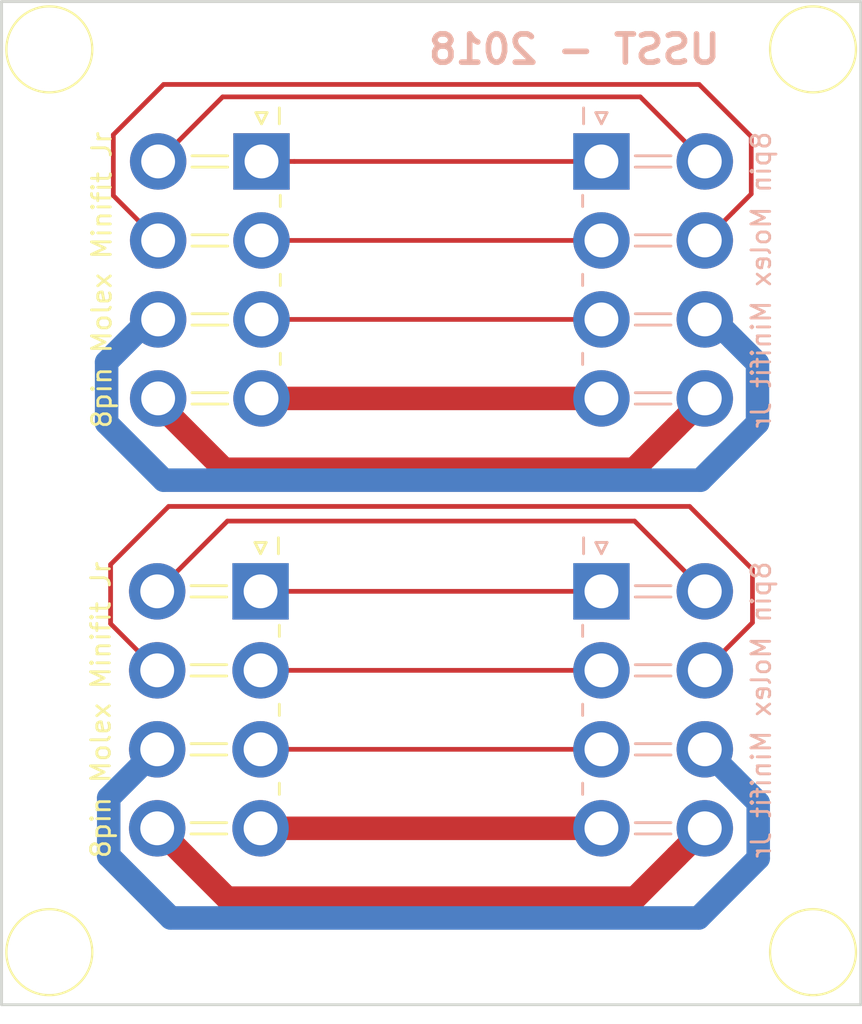
<source format=kicad_pcb>
(kicad_pcb (version 20221018) (generator pcbnew)
  (layers (0 "F.Cu" signal) (31 "B.Cu" signal) (34 "B.Paste" user) (35 "F.Paste" user) (36 "B.SilkS" user "B.Silkscreen") (37 "F.SilkS" user "F.Silkscreen") (38 "B.Mask" user) (39 "F.Mask" user) (44 "Edge.Cuts" user))
  (net 0 "")
  (net 1 "Net-(P1-Pad1)")
  (net 2 "Net-(P1-Pad2)")
  (net 3 "Net-(P1-Pad3)")
  (net 4 "Net-(P1-Pad4)")
  (net 5 "Net-(P1-Pad5)")
  (net 6 "Net-(P1-Pad6)")
  (net 7 "Net-(P1-Pad7)")
  (net 8 "Net-(P1-Pad8)")
  (net 9 "Net-(P2-Pad1)")
  (net 10 "Net-(P2-Pad2)")
  (net 11 "Net-(P2-Pad3)")
  (net 12 "Net-(P2-Pad4)")
  (net 13 "Net-(P2-Pad5)")
  (net 14 "Net-(P2-Pad6)")
  (net 15 "Net-(P2-Pad7)")
  (net 16 "Net-(P2-Pad8)")
  (footprint "USST-footprints:Molex_MiniFit-JR-5569-08A2_2x04x4.20mm_Angled_Overhang" (layer "F.Cu") (at 112.891 66.92 -90)
    (fp_text reference "8pin Molex Minifit Jr" (at 6.3 8.5 270) (layer "F.SilkS"))
    (fp_text value "CONN_02X04")
    (fp_line (start -2.6 -0.3) (end -2 0) (stroke (width 0.15)) (layer "F.SilkS"))
    (fp_line (start -2.6 0.3) (end -2.6 -0.3) (stroke (width 0.15)) (layer "F.SilkS"))
    (fp_line (start -2 -0.95) (end -2.85 -0.95) (stroke (width 0.15)) (layer "F.SilkS"))
    (fp_line (start -2 0) (end -2.6 0.3) (stroke (width 0.15)) (layer "F.SilkS"))
    (fp_line (start -0.3 1.8) (end -0.3 3.7) (stroke (width 0.15)) (layer "F.SilkS"))
    (fp_line (start 0.3 1.8) (end 0.3 3.7) (stroke (width 0.15)) (layer "F.SilkS"))
    (fp_line (start 1.8 -1) (end 2.4 -1) (stroke (width 0.15)) (layer "F.SilkS"))
    (fp_line (start 3.9 1.8) (end 3.9 3.7) (stroke (width 0.15)) (layer "F.SilkS"))
    (fp_line (start 4.5 1.8) (end 4.5 3.7) (stroke (width 0.15)) (layer "F.SilkS"))
    (fp_line (start 6 -1) (end 6.6 -1) (stroke (width 0.15)) (layer "F.SilkS"))
    (fp_line (start 8.1 1.8) (end 8.1 3.7) (stroke (width 0.15)) (layer "F.SilkS"))
    (fp_line (start 8.7 1.8) (end 8.7 3.7) (stroke (width 0.15)) (layer "F.SilkS"))
    (fp_line (start 10.2 -1) (end 10.8 -1) (stroke (width 0.15)) (layer "F.SilkS"))
    (fp_line (start 12.3 1.8) (end 12.3 3.7) (stroke (width 0.15)) (layer "F.SilkS"))
    (fp_line (start 12.9 1.8) (end 12.9 3.7) (stroke (width 0.15)) (layer "F.SilkS"))
    (pad "1" thru_hole rect (at 0 0 270) (size 3 3) (drill 1.8) (layers "*.Cu" "*.Mask") (net 1 "Net-(P1-Pad1)"))
    (pad "2" thru_hole circle (at 4.2 0 270) (size 3 3) (drill 1.8) (layers "*.Cu" "*.Mask") (net 2 "Net-(P1-Pad2)"))
    (pad "3" thru_hole circle (at 8.4 0 270) (size 3 3) (drill 1.8) (layers "*.Cu" "*.Mask") (net 3 "Net-(P1-Pad3)"))
    (pad "4" thru_hole circle (at 12.6 0 270) (size 3 3) (drill 1.8) (layers "*.Cu" "*.Mask") (net 4 "Net-(P1-Pad4)"))
    (pad "5" thru_hole circle (at 0 5.5 270) (size 3 3) (drill 1.8) (layers "*.Cu" "*.Mask") (net 5 "Net-(P1-Pad5)"))
    (pad "6" thru_hole circle (at 4.2 5.5 270) (size 3 3) (drill 1.8) (layers "*.Cu" "*.Mask") (net 6 "Net-(P1-Pad6)"))
    (pad "7" thru_hole circle (at 8.4 5.5 270) (size 3 3) (drill 1.8) (layers "*.Cu" "*.Mask") (net 7 "Net-(P1-Pad7)"))
    (pad "8" thru_hole circle (at 12.6 5.5 270) (size 3 3) (drill 1.8) (layers "*.Cu" "*.Mask") (net 8 "Net-(P1-Pad8)"))
  )
  (footprint "USST-footprints:Molex_MiniFit-JR-5569-08A2_2x04x4.20mm_Angled_Overhang" (layer "F.Cu") (at 112.841 89.78 -90)
    (fp_text reference "8pin Molex Minifit Jr" (at 6.3 8.5 270) (layer "F.SilkS"))
    (fp_text value "CONN_02X04")
    (fp_line (start -2.6 -0.3) (end -2 0) (stroke (width 0.15)) (layer "F.SilkS"))
    (fp_line (start -2.6 0.3) (end -2.6 -0.3) (stroke (width 0.15)) (layer "F.SilkS"))
    (fp_line (start -2 -0.95) (end -2.85 -0.95) (stroke (width 0.15)) (layer "F.SilkS"))
    (fp_line (start -2 0) (end -2.6 0.3) (stroke (width 0.15)) (layer "F.SilkS"))
    (fp_line (start -0.3 1.8) (end -0.3 3.7) (stroke (width 0.15)) (layer "F.SilkS"))
    (fp_line (start 0.3 1.8) (end 0.3 3.7) (stroke (width 0.15)) (layer "F.SilkS"))
    (fp_line (start 1.8 -1) (end 2.4 -1) (stroke (width 0.15)) (layer "F.SilkS"))
    (fp_line (start 3.9 1.8) (end 3.9 3.7) (stroke (width 0.15)) (layer "F.SilkS"))
    (fp_line (start 4.5 1.8) (end 4.5 3.7) (stroke (width 0.15)) (layer "F.SilkS"))
    (fp_line (start 6 -1) (end 6.6 -1) (stroke (width 0.15)) (layer "F.SilkS"))
    (fp_line (start 8.1 1.8) (end 8.1 3.7) (stroke (width 0.15)) (layer "F.SilkS"))
    (fp_line (start 8.7 1.8) (end 8.7 3.7) (stroke (width 0.15)) (layer "F.SilkS"))
    (fp_line (start 10.2 -1) (end 10.8 -1) (stroke (width 0.15)) (layer "F.SilkS"))
    (fp_line (start 12.3 1.8) (end 12.3 3.7) (stroke (width 0.15)) (layer "F.SilkS"))
    (fp_line (start 12.9 1.8) (end 12.9 3.7) (stroke (width 0.15)) (layer "F.SilkS"))
    (pad "1" thru_hole rect (at 0 0 270) (size 3 3) (drill 1.8) (layers "*.Cu" "*.Mask") (net 9 "Net-(P2-Pad1)"))
    (pad "2" thru_hole circle (at 4.2 0 270) (size 3 3) (drill 1.8) (layers "*.Cu" "*.Mask") (net 10 "Net-(P2-Pad2)"))
    (pad "3" thru_hole circle (at 8.4 0 270) (size 3 3) (drill 1.8) (layers "*.Cu" "*.Mask") (net 11 "Net-(P2-Pad3)"))
    (pad "4" thru_hole circle (at 12.6 0 270) (size 3 3) (drill 1.8) (layers "*.Cu" "*.Mask") (net 12 "Net-(P2-Pad4)"))
    (pad "5" thru_hole circle (at 0 5.5 270) (size 3 3) (drill 1.8) (layers "*.Cu" "*.Mask") (net 13 "Net-(P2-Pad5)"))
    (pad "6" thru_hole circle (at 4.2 5.5 270) (size 3 3) (drill 1.8) (layers "*.Cu" "*.Mask") (net 14 "Net-(P2-Pad6)"))
    (pad "7" thru_hole circle (at 8.4 5.5 270) (size 3 3) (drill 1.8) (layers "*.Cu" "*.Mask") (net 15 "Net-(P2-Pad7)"))
    (pad "8" thru_hole circle (at 12.6 5.5 270) (size 3 3) (drill 1.8) (layers "*.Cu" "*.Mask") (net 16 "Net-(P2-Pad8)"))
  )
  (footprint "Connect:1pin" (layer "F.Cu") (at 142.24 60.96)
    (fp_text reference "REF**" hide)
    (fp_text value "1pin")
    (fp_circle (center 0 0) (end 0 -2.286) (stroke (width 0.12)) (fill none) (layer "F.SilkS"))
    (pad "" np_thru_hole circle (at 0 0) (size 3.2 3.2) (drill 3.2) (layers "*.Cu" "*.Mask"))
  )
  (footprint "Connect:1pin" (layer "F.Cu") (at 101.6 60.96)
    (fp_text reference "REF**" hide)
    (fp_text value "1pin")
    (fp_circle (center 0 0) (end 0 -2.286) (stroke (width 0.12)) (fill none) (layer "F.SilkS"))
    (pad "" np_thru_hole circle (at 0 0) (size 3.2 3.2) (drill 3.2) (layers "*.Cu" "*.Mask"))
  )
  (footprint "Connect:1pin" (layer "F.Cu") (at 101.6 108.966)
    (fp_text reference "REF**" hide)
    (fp_text value "1pin")
    (fp_circle (center 0 0) (end 0 -2.286) (stroke (width 0.12)) (fill none) (layer "F.SilkS"))
    (pad "" np_thru_hole circle (at 0 0) (size 3.2 3.2) (drill 3.2) (layers "*.Cu" "*.Mask"))
  )
  (footprint "Connect:1pin" (layer "F.Cu") (at 142.24 108.966)
    (fp_text reference "REF**" hide)
    (fp_text value "1pin")
    (fp_circle (center 0 0) (end 0 -2.286) (stroke (width 0.12)) (fill none) (layer "F.SilkS"))
    (pad "" np_thru_hole circle (at 0 0) (size 3.2 3.2) (drill 3.2) (layers "*.Cu" "*.Mask"))
  )
  (footprint "USST-footprints:Molex_MiniFit-JR-5569-08A2_2x04x4.20mm_Angled_Overhang" (layer "B.Cu") (at 130.981 89.78 -90)
    (fp_text reference "8pin Molex Minifit Jr" (at 6.3 -8.5 270) (layer "B.SilkS") (effects (justify mirror)))
    (fp_text value "CONN_02X04")
    (fp_line (start -2.6 -0.3) (end -2.6 0.3) (stroke (width 0.15)) (layer "B.SilkS"))
    (fp_line (start -2.6 0.3) (end -2 0) (stroke (width 0.15)) (layer "B.SilkS"))
    (fp_line (start -2 0) (end -2.6 -0.3) (stroke (width 0.15)) (layer "B.SilkS"))
    (fp_line (start -2 0.95) (end -2.85 0.95) (stroke (width 0.15)) (layer "B.SilkS"))
    (fp_line (start -0.3 -1.8) (end -0.3 -3.7) (stroke (width 0.15)) (layer "B.SilkS"))
    (fp_line (start 0.3 -1.8) (end 0.3 -3.7) (stroke (width 0.15)) (layer "B.SilkS"))
    (fp_line (start 1.8 1) (end 2.4 1) (stroke (width 0.15)) (layer "B.SilkS"))
    (fp_line (start 3.9 -1.8) (end 3.9 -3.7) (stroke (width 0.15)) (layer "B.SilkS"))
    (fp_line (start 4.5 -1.8) (end 4.5 -3.7) (stroke (width 0.15)) (layer "B.SilkS"))
    (fp_line (start 6 1) (end 6.6 1) (stroke (width 0.15)) (layer "B.SilkS"))
    (fp_line (start 8.1 -1.8) (end 8.1 -3.7) (stroke (width 0.15)) (layer "B.SilkS"))
    (fp_line (start 8.7 -1.8) (end 8.7 -3.7) (stroke (width 0.15)) (layer "B.SilkS"))
    (fp_line (start 10.2 1) (end 10.8 1) (stroke (width 0.15)) (layer "B.SilkS"))
    (fp_line (start 12.3 -1.8) (end 12.3 -3.7) (stroke (width 0.15)) (layer "B.SilkS"))
    (fp_line (start 12.9 -1.8) (end 12.9 -3.7) (stroke (width 0.15)) (layer "B.SilkS"))
    (pad "1" thru_hole rect (at 0 0 270) (size 3 3) (drill 1.8) (layers "*.Cu" "*.Mask") (net 9 "Net-(P2-Pad1)"))
    (pad "2" thru_hole circle (at 4.2 0 270) (size 3 3) (drill 1.8) (layers "*.Cu" "*.Mask") (net 10 "Net-(P2-Pad2)"))
    (pad "3" thru_hole circle (at 8.4 0 270) (size 3 3) (drill 1.8) (layers "*.Cu" "*.Mask") (net 11 "Net-(P2-Pad3)"))
    (pad "4" thru_hole circle (at 12.6 0 270) (size 3 3) (drill 1.8) (layers "*.Cu" "*.Mask") (net 12 "Net-(P2-Pad4)"))
    (pad "5" thru_hole circle (at 0 -5.5 270) (size 3 3) (drill 1.8) (layers "*.Cu" "*.Mask") (net 13 "Net-(P2-Pad5)"))
    (pad "6" thru_hole circle (at 4.2 -5.5 270) (size 3 3) (drill 1.8) (layers "*.Cu" "*.Mask") (net 14 "Net-(P2-Pad6)"))
    (pad "7" thru_hole circle (at 8.4 -5.5 270) (size 3 3) (drill 1.8) (layers "*.Cu" "*.Mask") (net 15 "Net-(P2-Pad7)"))
    (pad "8" thru_hole circle (at 12.6 -5.5 270) (size 3 3) (drill 1.8) (layers "*.Cu" "*.Mask") (net 16 "Net-(P2-Pad8)"))
  )
  (footprint "USST-footprints:Molex_MiniFit-JR-5569-08A2_2x04x4.20mm_Angled_Overhang" (layer "B.Cu") (at 130.981 66.92 -90)
    (fp_text reference "8pin Molex Minifit Jr" (at 6.3 -8.5 270) (layer "B.SilkS") (effects (justify mirror)))
    (fp_text value "CONN_02X04")
    (fp_line (start -2.6 -0.3) (end -2.6 0.3) (stroke (width 0.15)) (layer "B.SilkS"))
    (fp_line (start -2.6 0.3) (end -2 0) (stroke (width 0.15)) (layer "B.SilkS"))
    (fp_line (start -2 0) (end -2.6 -0.3) (stroke (width 0.15)) (layer "B.SilkS"))
    (fp_line (start -2 0.95) (end -2.85 0.95) (stroke (width 0.15)) (layer "B.SilkS"))
    (fp_line (start -0.3 -1.8) (end -0.3 -3.7) (stroke (width 0.15)) (layer "B.SilkS"))
    (fp_line (start 0.3 -1.8) (end 0.3 -3.7) (stroke (width 0.15)) (layer "B.SilkS"))
    (fp_line (start 1.8 1) (end 2.4 1) (stroke (width 0.15)) (layer "B.SilkS"))
    (fp_line (start 3.9 -1.8) (end 3.9 -3.7) (stroke (width 0.15)) (layer "B.SilkS"))
    (fp_line (start 4.5 -1.8) (end 4.5 -3.7) (stroke (width 0.15)) (layer "B.SilkS"))
    (fp_line (start 6 1) (end 6.6 1) (stroke (width 0.15)) (layer "B.SilkS"))
    (fp_line (start 8.1 -1.8) (end 8.1 -3.7) (stroke (width 0.15)) (layer "B.SilkS"))
    (fp_line (start 8.7 -1.8) (end 8.7 -3.7) (stroke (width 0.15)) (layer "B.SilkS"))
    (fp_line (start 10.2 1) (end 10.8 1) (stroke (width 0.15)) (layer "B.SilkS"))
    (fp_line (start 12.3 -1.8) (end 12.3 -3.7) (stroke (width 0.15)) (layer "B.SilkS"))
    (fp_line (start 12.9 -1.8) (end 12.9 -3.7) (stroke (width 0.15)) (layer "B.SilkS"))
    (pad "1" thru_hole rect (at 0 0 270) (size 3 3) (drill 1.8) (layers "*.Cu" "*.Mask") (net 1 "Net-(P1-Pad1)"))
    (pad "2" thru_hole circle (at 4.2 0 270) (size 3 3) (drill 1.8) (layers "*.Cu" "*.Mask") (net 2 "Net-(P1-Pad2)"))
    (pad "3" thru_hole circle (at 8.4 0 270) (size 3 3) (drill 1.8) (layers "*.Cu" "*.Mask") (net 3 "Net-(P1-Pad3)"))
    (pad "4" thru_hole circle (at 12.6 0 270) (size 3 3) (drill 1.8) (layers "*.Cu" "*.Mask") (net 4 "Net-(P1-Pad4)"))
    (pad "5" thru_hole circle (at 0 -5.5 270) (size 3 3) (drill 1.8) (layers "*.Cu" "*.Mask") (net 5 "Net-(P1-Pad5)"))
    (pad "6" thru_hole circle (at 4.2 -5.5 270) (size 3 3) (drill 1.8) (layers "*.Cu" "*.Mask") (net 6 "Net-(P1-Pad6)"))
    (pad "7" thru_hole circle (at 8.4 -5.5 270) (size 3 3) (drill 1.8) (layers "*.Cu" "*.Mask") (net 7 "Net-(P1-Pad7)"))
    (pad "8" thru_hole circle (at 12.6 -5.5 270) (size 3 3) (drill 1.8) (layers "*.Cu" "*.Mask") (net 8 "Net-(P1-Pad8)"))
  )
  (gr_line (start 99.06 58.42) (end 99.06 111.76) (stroke (width 0.15)) (layer "Edge.Cuts"))
  (gr_line (start 144.78 58.42) (end 99.06 58.42) (stroke (width 0.15)) (layer "Edge.Cuts"))
  (gr_line (start 144.78 111.76) (end 144.78 58.42) (stroke (width 0.15)) (layer "Edge.Cuts"))
  (gr_line (start 99.06 111.76) (end 144.78 111.76) (stroke (width 0.15)) (layer "Edge.Cuts"))
  (gr_text "USST - 2018" (at 129.54 60.96) (layer "B.SilkS") (effects (font (size 1.5 1.5) (thickness 0.3)) (justify mirror)))
  (segment (start 112.891 66.92) (end 114.641 66.92) (width 0.25) (layer "F.Cu") (net 1))
  (segment (start 114.641 66.92) (end 130.981 66.92) (width 0.25) (layer "F.Cu") (net 1))
  (segment (start 112.891 71.12) (end 130.981 71.12) (width 0.25) (layer "F.Cu") (net 2))
  (segment (start 112.891 75.32) (end 130.981 75.32) (width 0.25) (layer "F.Cu") (net 3))
  (segment (start 112.891 79.52) (end 130.981 79.52) (width 1.25) (layer "F.Cu") (net 4))
  (segment (start 107.391 66.92) (end 110.824255 63.486745) (width 0.25) (layer "F.Cu") (net 5))
  (segment (start 134.981001 65.420001) (end 136.481 66.92) (width 0.25) (layer "F.Cu") (net 5))
  (segment (start 110.824255 63.486745) (end 133.047745 63.486745) (width 0.25) (layer "F.Cu") (net 5))
  (segment (start 133.047745 63.486745) (end 134.981001 65.420001) (width 0.25) (layer "F.Cu") (net 5))
  (segment (start 105.006 65.5) (end 107.681 62.825) (width 0.25) (layer "F.Cu") (net 6))
  (segment (start 107.391 71.12) (end 105.006 68.735) (width 0.25) (layer "F.Cu") (net 6))
  (segment (start 138.952376 65.596376) (end 138.952376 68.648624) (width 0.25) (layer "F.Cu") (net 6))
  (segment (start 105.006 68.735) (end 105.006 65.5) (width 0.25) (layer "F.Cu") (net 6))
  (segment (start 137.980999 69.620001) (end 136.481 71.12) (width 0.25) (layer "F.Cu") (net 6))
  (segment (start 107.681 62.825) (end 136.181 62.825) (width 0.25) (layer "F.Cu") (net 6))
  (segment (start 136.181 62.825) (end 138.952376 65.596376) (width 0.25) (layer "F.Cu") (net 6))
  (segment (start 138.952376 68.648624) (end 137.980999 69.620001) (width 0.25) (layer "F.Cu") (net 6))
  (segment (start 137.980999 76.349091) (end 136.481 74.849092) (width 1.25) (layer "B.Cu") (net 7))
  (segment (start 139.286512 80.833251) (end 139.286512 77.654604) (width 1.25) (layer "B.Cu") (net 7))
  (segment (start 104.649126 77.590966) (end 104.649126 80.83325) (width 1.25) (layer "B.Cu") (net 7))
  (segment (start 107.684362 83.868486) (end 136.251277 83.868486) (width 1.25) (layer "B.Cu") (net 7))
  (segment (start 139.286512 77.654604) (end 137.980999 76.349091) (width 1.25) (layer "B.Cu") (net 7))
  (segment (start 104.649126 80.83325) (end 107.684362 83.868486) (width 1.25) (layer "B.Cu") (net 7))
  (segment (start 136.251277 83.868486) (end 139.286512 80.833251) (width 1.25) (layer "B.Cu") (net 7))
  (segment (start 107.391 74.849092) (end 104.649126 77.590966) (width 1.25) (layer "B.Cu") (net 7))
  (segment (start 107.391 79.781081) (end 110.897187 83.287268) (width 1.25) (layer "F.Cu") (net 8))
  (segment (start 107.391 79.52) (end 107.391 79.781081) (width 1.25) (layer "F.Cu") (net 8))
  (segment (start 134.981001 81.019999) (end 136.481 79.52) (width 1.25) (layer "F.Cu") (net 8))
  (segment (start 132.713732 83.287268) (end 134.981001 81.019999) (width 1.25) (layer "F.Cu") (net 8))
  (segment (start 110.897187 83.287268) (end 132.713732 83.287268) (width 1.25) (layer "F.Cu") (net 8))
  (segment (start 112.841 89.78) (end 130.981 89.78) (width 0.25) (layer "F.Cu") (net 9))
  (segment (start 112.841 93.98) (end 130.981 93.98) (width 0.25) (layer "F.Cu") (net 10))
  (segment (start 112.841 98.18) (end 130.981 98.18) (width 0.25) (layer "F.Cu") (net 11))
  (segment (start 112.841 102.38) (end 130.981 102.38) (width 1.25) (layer "F.Cu") (net 12))
  (segment (start 134.981001 88.280001) (end 136.481 89.78) (width 0.25) (layer "F.Cu") (net 13))
  (segment (start 107.341 89.78) (end 111.077061 86.043939) (width 0.25) (layer "F.Cu") (net 13))
  (segment (start 111.077061 86.043939) (end 132.744939 86.043939) (width 0.25) (layer "F.Cu") (net 13))
  (segment (start 132.744939 86.043939) (end 134.981001 88.280001) (width 0.25) (layer "F.Cu") (net 13))
  (segment (start 139.018754 88.611062) (end 139.018754 91.442246) (width 0.25) (layer "F.Cu") (net 14))
  (segment (start 104.861093 91.500093) (end 104.861093 88.351402) (width 0.25) (layer "F.Cu") (net 14))
  (segment (start 139.018754 91.442246) (end 136.481 93.98) (width 0.25) (layer "F.Cu") (net 14))
  (segment (start 107.947954 85.264541) (end 135.672233 85.264541) (width 0.25) (layer "F.Cu") (net 14))
  (segment (start 107.341 93.98) (end 104.861093 91.500093) (width 0.25) (layer "F.Cu") (net 14))
  (segment (start 104.861093 88.351402) (end 107.947954 85.264541) (width 0.25) (layer "F.Cu") (net 14))
  (segment (start 135.672233 85.264541) (end 139.018754 88.611062) (width 0.25) (layer "F.Cu") (net 14))
  (segment (start 139.323961 101.022961) (end 137.980999 99.679999) (width 1.25) (layer "B.Cu") (net 15))
  (segment (start 139.323961 103.975053) (end 139.323961 101.022961) (width 1.25) (layer "B.Cu") (net 15))
  (segment (start 108.062886 107.147428) (end 136.151586 107.147428) (width 1.25) (layer "B.Cu") (net 15))
  (segment (start 104.760901 103.845443) (end 108.062886 107.147428) (width 1.25) (layer "B.Cu") (net 15))
  (segment (start 136.151586 107.147428) (end 139.323961 103.975053) (width 1.25) (layer "B.Cu") (net 15))
  (segment (start 104.760901 100.760099) (end 104.760901 103.845443) (width 1.25) (layer "B.Cu") (net 15))
  (segment (start 137.980999 99.679999) (end 136.481 98.18) (width 1.25) (layer "B.Cu") (net 15))
  (segment (start 107.341 98.18) (end 104.760901 100.760099) (width 1.25) (layer "B.Cu") (net 15))
  (segment (start 111.054468 106.093468) (end 132.767532 106.093468) (width 1.25) (layer "F.Cu") (net 16))
  (segment (start 132.767532 106.093468) (end 134.981001 103.879999) (width 1.25) (layer "F.Cu") (net 16))
  (segment (start 107.341 102.38) (end 111.054468 106.093468) (width 1.25) (layer "F.Cu") (net 16))
  (segment (start 134.981001 103.879999) (end 136.481 102.38) (width 1.25) (layer "F.Cu") (net 16))
)
</source>
